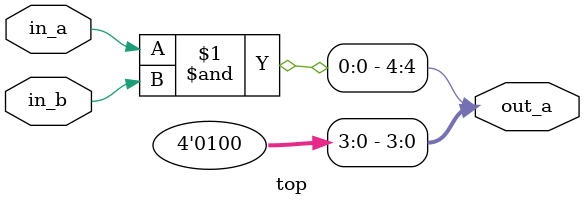
<source format=sv>
module top (
	output logic signed [4:0] out_a,
	input logic signed in_a,
	input logic signed in_b
);

	assign out_a = $signed({in_a & in_b, 2'(1'h1), 2'(1'h0)});

endmodule



</source>
